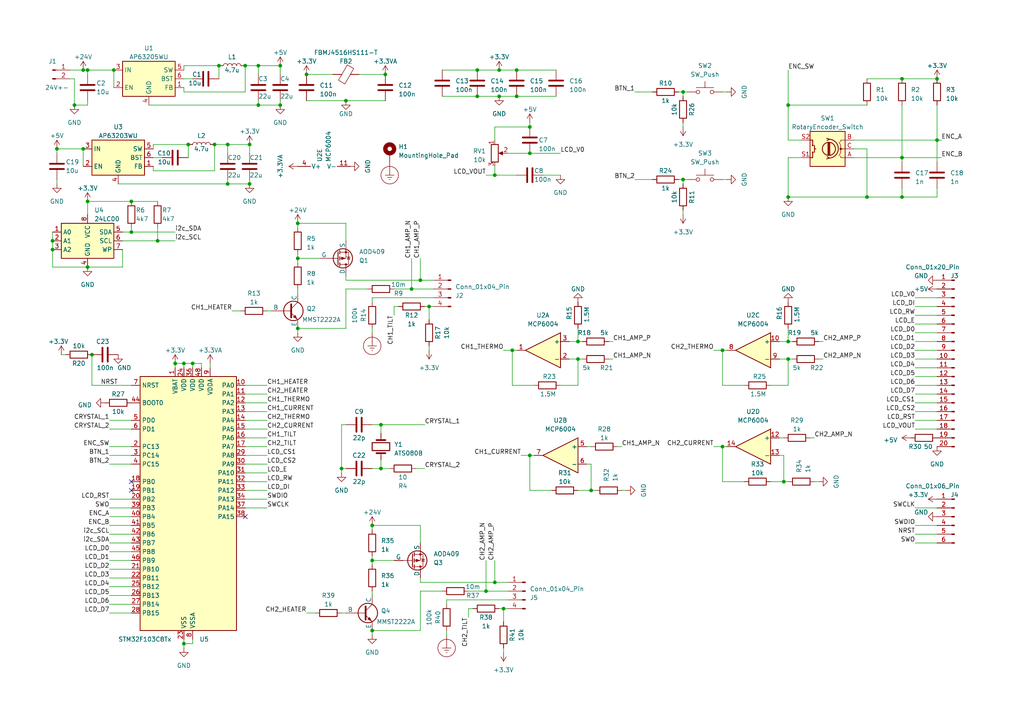
<source format=kicad_sch>
(kicad_sch (version 20230121) (generator eeschema)
  (paper "A4")
  (junction (at 143.51 168.91))
  (junction (at 72.39 41.91))
  (junction (at 149.86 20.32))
  (junction (at 55.88 105.41))
  (junction (at 21.59 30.48))
  (junction (at 271.78 40.64))
  (junction (at 228.6 104.14))
  (junction (at 45.72 69.85))
  (junction (at 81.28 30.48))
  (junction (at 138.43 27.94))
  (junction (at 153.67 44.45))
  (junction (at 86.36 64.77))
  (junction (at 25.4 77.47))
  (junction (at 16.51 43.18))
  (junction (at 198.12 26.67))
  (junction (at 110.49 135.89))
  (junction (at 74.93 30.48))
  (junction (at 86.36 95.25))
  (junction (at 146.05 176.53))
  (junction (at 38.1 58.42))
  (junction (at 25.4 58.42))
  (junction (at 50.8 105.41))
  (junction (at 228.6 57.15))
  (junction (at 110.49 123.19))
  (junction (at 143.51 50.8))
  (junction (at 149.86 27.94))
  (junction (at 251.46 57.15))
  (junction (at 121.92 81.28))
  (junction (at 53.34 186.69))
  (junction (at 227.33 139.7))
  (junction (at 167.64 104.14))
  (junction (at 33.02 20.32))
  (junction (at 53.34 105.41))
  (junction (at 66.04 41.91))
  (junction (at 140.97 171.45))
  (junction (at 124.46 88.9))
  (junction (at 100.33 29.21))
  (junction (at 209.55 129.54))
  (junction (at 261.62 57.15))
  (junction (at 271.78 22.86))
  (junction (at 24.13 20.32))
  (junction (at 209.55 101.6))
  (junction (at 107.95 162.56))
  (junction (at 167.64 99.06))
  (junction (at 153.67 132.08))
  (junction (at 198.12 52.07))
  (junction (at 25.4 20.32))
  (junction (at 66.04 53.34))
  (junction (at 107.95 182.88))
  (junction (at 71.12 19.05))
  (junction (at 99.06 135.89))
  (junction (at 15.24 69.85))
  (junction (at 62.23 41.91))
  (junction (at 138.43 20.32))
  (junction (at 261.62 22.86))
  (junction (at 261.62 45.72))
  (junction (at 38.1 67.31))
  (junction (at 171.45 142.24))
  (junction (at 63.5 19.05))
  (junction (at 119.38 83.82))
  (junction (at 111.76 21.59))
  (junction (at 15.24 72.39))
  (junction (at 88.9 21.59))
  (junction (at 144.78 20.32))
  (junction (at 228.6 99.06))
  (junction (at 54.61 41.91))
  (junction (at 24.13 43.18))
  (junction (at 148.59 101.6))
  (junction (at 228.6 30.48))
  (junction (at 153.67 36.83))
  (junction (at 26.67 102.87))
  (junction (at 72.39 53.34))
  (junction (at 81.28 19.05))
  (junction (at 74.93 19.05))
  (junction (at 107.95 152.4))
  (junction (at 144.78 27.94))
  (junction (at 86.36 74.93))
  (no_connect (at 38.1 142.24))
  (no_connect (at 38.1 139.7))
  (no_connect (at 71.12 149.86))
  (wire (pts (xy 167.64 104.14) (xy 167.64 111.76)))
  (wire (pts (xy 55.88 105.41) (xy 58.42 105.41)))
  (wire (pts (xy 53.34 186.69) (xy 53.34 185.42)))
  (wire (pts (xy 209.55 52.07) (xy 210.82 52.07)))
  (wire (pts (xy 31.75 154.94) (xy 38.1 154.94)))
  (wire (pts (xy 140.97 50.8) (xy 143.51 50.8)))
  (wire (pts (xy 124.46 101.6) (xy 124.46 100.33)))
  (wire (pts (xy 66.04 52.07) (xy 66.04 53.34)))
  (wire (pts (xy 71.12 127) (xy 77.47 127)))
  (wire (pts (xy 31.75 175.26) (xy 38.1 175.26)))
  (wire (pts (xy 251.46 22.86) (xy 261.62 22.86)))
  (wire (pts (xy 228.6 104.14) (xy 229.87 104.14)))
  (wire (pts (xy 88.9 21.59) (xy 96.52 21.59)))
  (wire (pts (xy 99.06 123.19) (xy 99.06 135.89)))
  (wire (pts (xy 153.67 132.08) (xy 154.94 132.08)))
  (wire (pts (xy 71.12 124.46) (xy 77.47 124.46)))
  (wire (pts (xy 16.51 44.45) (xy 16.51 43.18)))
  (wire (pts (xy 110.49 123.19) (xy 123.19 123.19)))
  (wire (pts (xy 228.6 57.15) (xy 251.46 57.15)))
  (wire (pts (xy 121.92 74.93) (xy 121.92 81.28)))
  (wire (pts (xy 261.62 22.86) (xy 271.78 22.86)))
  (wire (pts (xy 247.65 40.64) (xy 271.78 40.64)))
  (wire (pts (xy 265.43 116.84) (xy 271.78 116.84)))
  (wire (pts (xy 15.24 77.47) (xy 25.4 77.47)))
  (wire (pts (xy 265.43 119.38) (xy 271.78 119.38)))
  (wire (pts (xy 167.64 95.25) (xy 167.64 99.06)))
  (wire (pts (xy 265.43 99.06) (xy 271.78 99.06)))
  (wire (pts (xy 226.06 132.08) (xy 227.33 132.08)))
  (wire (pts (xy 265.43 88.9) (xy 271.78 88.9)))
  (wire (pts (xy 26.67 111.76) (xy 38.1 111.76)))
  (wire (pts (xy 62.23 49.53) (xy 62.23 41.91)))
  (wire (pts (xy 247.65 43.18) (xy 251.46 43.18)))
  (wire (pts (xy 121.92 168.91) (xy 143.51 168.91)))
  (wire (pts (xy 31.75 124.46) (xy 38.1 124.46)))
  (wire (pts (xy 265.43 96.52) (xy 271.78 96.52)))
  (wire (pts (xy 25.4 20.32) (xy 33.02 20.32)))
  (wire (pts (xy 119.38 83.82) (xy 125.73 83.82)))
  (wire (pts (xy 265.43 124.46) (xy 271.78 124.46)))
  (wire (pts (xy 54.61 41.91) (xy 54.61 45.72)))
  (wire (pts (xy 107.95 162.56) (xy 114.3 162.56)))
  (wire (pts (xy 104.14 21.59) (xy 111.76 21.59)))
  (wire (pts (xy 45.72 69.85) (xy 50.8 69.85)))
  (wire (pts (xy 143.51 36.83) (xy 143.51 40.64)))
  (wire (pts (xy 121.92 81.28) (xy 125.73 81.28)))
  (wire (pts (xy 86.36 83.82) (xy 86.36 85.09)))
  (wire (pts (xy 71.12 137.16) (xy 77.47 137.16)))
  (wire (pts (xy 53.34 105.41) (xy 53.34 106.68)))
  (wire (pts (xy 271.78 152.4) (xy 265.43 152.4)))
  (wire (pts (xy 77.47 132.08) (xy 71.12 132.08)))
  (wire (pts (xy 107.95 182.88) (xy 121.92 182.88)))
  (wire (pts (xy 261.62 45.72) (xy 273.05 45.72)))
  (wire (pts (xy 35.56 67.31) (xy 38.1 67.31)))
  (wire (pts (xy 171.45 142.24) (xy 172.72 142.24)))
  (wire (pts (xy 153.67 44.45) (xy 162.56 44.45)))
  (wire (pts (xy 271.78 154.94) (xy 265.43 154.94)))
  (wire (pts (xy 147.32 173.99) (xy 129.54 173.99)))
  (wire (pts (xy 138.43 27.94) (xy 144.78 27.94)))
  (wire (pts (xy 20.32 22.86) (xy 21.59 22.86)))
  (wire (pts (xy 110.49 133.35) (xy 110.49 135.89)))
  (wire (pts (xy 25.4 21.59) (xy 25.4 20.32)))
  (wire (pts (xy 107.95 182.88) (xy 107.95 184.15)))
  (wire (pts (xy 176.53 99.06) (xy 177.8 99.06)))
  (wire (pts (xy 44.45 49.53) (xy 62.23 49.53)))
  (wire (pts (xy 144.78 27.94) (xy 149.86 27.94)))
  (wire (pts (xy 207.01 129.54) (xy 209.55 129.54)))
  (wire (pts (xy 31.75 152.4) (xy 38.1 152.4)))
  (wire (pts (xy 154.94 111.76) (xy 148.59 111.76)))
  (wire (pts (xy 71.12 19.05) (xy 74.93 19.05)))
  (wire (pts (xy 107.95 123.19) (xy 110.49 123.19)))
  (wire (pts (xy 50.8 106.68) (xy 50.8 105.41)))
  (wire (pts (xy 146.05 176.53) (xy 147.32 176.53)))
  (wire (pts (xy 20.32 20.32) (xy 24.13 20.32)))
  (wire (pts (xy 25.4 58.42) (xy 38.1 58.42)))
  (wire (pts (xy 265.43 104.14) (xy 271.78 104.14)))
  (wire (pts (xy 110.49 125.73) (xy 110.49 123.19)))
  (wire (pts (xy 209.55 111.76) (xy 209.55 101.6)))
  (wire (pts (xy 125.73 86.36) (xy 107.95 86.36)))
  (wire (pts (xy 226.06 99.06) (xy 228.6 99.06)))
  (wire (pts (xy 228.6 20.32) (xy 228.6 30.48)))
  (wire (pts (xy 31.75 172.72) (xy 38.1 172.72)))
  (wire (pts (xy 226.06 104.14) (xy 228.6 104.14)))
  (wire (pts (xy 124.46 88.9) (xy 124.46 92.71)))
  (wire (pts (xy 53.34 186.69) (xy 55.88 186.69)))
  (wire (pts (xy 265.43 106.68) (xy 271.78 106.68)))
  (wire (pts (xy 86.36 95.25) (xy 100.33 95.25)))
  (wire (pts (xy 207.01 101.6) (xy 209.55 101.6)))
  (wire (pts (xy 71.12 114.3) (xy 77.47 114.3)))
  (wire (pts (xy 144.78 20.32) (xy 149.86 20.32)))
  (wire (pts (xy 55.88 105.41) (xy 55.88 106.68)))
  (wire (pts (xy 251.46 57.15) (xy 261.62 57.15)))
  (wire (pts (xy 135.89 176.53) (xy 135.89 179.07)))
  (wire (pts (xy 120.65 135.89) (xy 123.19 135.89)))
  (wire (pts (xy 236.22 139.7) (xy 237.49 139.7)))
  (wire (pts (xy 24.13 43.18) (xy 24.13 48.26)))
  (wire (pts (xy 74.93 19.05) (xy 74.93 21.59)))
  (wire (pts (xy 167.64 99.06) (xy 168.91 99.06)))
  (wire (pts (xy 148.59 101.6) (xy 149.86 101.6)))
  (wire (pts (xy 209.55 139.7) (xy 209.55 129.54)))
  (wire (pts (xy 138.43 20.32) (xy 144.78 20.32)))
  (wire (pts (xy 129.54 173.99) (xy 129.54 175.26)))
  (wire (pts (xy 209.55 101.6) (xy 210.82 101.6)))
  (wire (pts (xy 198.12 52.07) (xy 196.85 52.07)))
  (wire (pts (xy 223.52 139.7) (xy 227.33 139.7)))
  (wire (pts (xy 107.95 161.29) (xy 107.95 162.56)))
  (wire (pts (xy 135.89 171.45) (xy 140.97 171.45)))
  (wire (pts (xy 228.6 104.14) (xy 228.6 111.76)))
  (wire (pts (xy 74.93 19.05) (xy 81.28 19.05)))
  (wire (pts (xy 53.34 20.32) (xy 53.34 19.05)))
  (wire (pts (xy 67.31 90.17) (xy 69.85 90.17)))
  (wire (pts (xy 86.36 74.93) (xy 92.71 74.93)))
  (wire (pts (xy 81.28 30.48) (xy 74.93 30.48)))
  (wire (pts (xy 34.29 53.34) (xy 66.04 53.34)))
  (wire (pts (xy 86.36 95.25) (xy 86.36 96.52)))
  (wire (pts (xy 16.51 53.34) (xy 16.51 52.07)))
  (wire (pts (xy 144.78 176.53) (xy 146.05 176.53)))
  (wire (pts (xy 140.97 162.56) (xy 140.97 171.45)))
  (wire (pts (xy 71.12 144.78) (xy 77.47 144.78)))
  (wire (pts (xy 44.45 41.91) (xy 54.61 41.91)))
  (wire (pts (xy 72.39 52.07) (xy 72.39 53.34)))
  (wire (pts (xy 227.33 139.7) (xy 227.33 132.08)))
  (wire (pts (xy 71.12 142.24) (xy 77.47 142.24)))
  (wire (pts (xy 58.42 105.41) (xy 58.42 106.68)))
  (wire (pts (xy 99.06 123.19) (xy 100.33 123.19)))
  (wire (pts (xy 86.36 73.66) (xy 86.36 74.93)))
  (wire (pts (xy 265.43 121.92) (xy 271.78 121.92)))
  (wire (pts (xy 179.07 129.54) (xy 180.34 129.54)))
  (wire (pts (xy 15.24 72.39) (xy 15.24 77.47)))
  (wire (pts (xy 162.56 111.76) (xy 167.64 111.76)))
  (wire (pts (xy 71.12 129.54) (xy 77.47 129.54)))
  (wire (pts (xy 170.18 134.62) (xy 171.45 134.62)))
  (wire (pts (xy 215.9 111.76) (xy 209.55 111.76)))
  (wire (pts (xy 209.55 129.54) (xy 210.82 129.54)))
  (wire (pts (xy 21.59 22.86) (xy 21.59 30.48)))
  (wire (pts (xy 227.33 139.7) (xy 228.6 139.7)))
  (wire (pts (xy 209.55 26.67) (xy 210.82 26.67)))
  (wire (pts (xy 74.93 29.21) (xy 74.93 30.48)))
  (wire (pts (xy 271.78 57.15) (xy 271.78 54.61)))
  (wire (pts (xy 55.88 22.86) (xy 53.34 22.86)))
  (wire (pts (xy 25.4 30.48) (xy 25.4 29.21)))
  (wire (pts (xy 31.75 132.08) (xy 38.1 132.08)))
  (wire (pts (xy 121.92 157.48) (xy 121.92 152.4)))
  (wire (pts (xy 180.34 142.24) (xy 181.61 142.24)))
  (wire (pts (xy 167.64 142.24) (xy 171.45 142.24)))
  (wire (pts (xy 227.33 127) (xy 226.06 127)))
  (wire (pts (xy 107.95 96.52) (xy 107.95 95.25)))
  (wire (pts (xy 63.5 19.05) (xy 63.5 22.86)))
  (wire (pts (xy 176.53 104.14) (xy 177.8 104.14)))
  (wire (pts (xy 198.12 36.83) (xy 198.12 35.56)))
  (wire (pts (xy 261.62 30.48) (xy 261.62 45.72)))
  (wire (pts (xy 38.1 58.42) (xy 45.72 58.42)))
  (wire (pts (xy 215.9 139.7) (xy 209.55 139.7)))
  (wire (pts (xy 35.56 72.39) (xy 35.56 77.47)))
  (wire (pts (xy 148.59 111.76) (xy 148.59 101.6)))
  (wire (pts (xy 66.04 53.34) (xy 72.39 53.34)))
  (wire (pts (xy 247.65 45.72) (xy 261.62 45.72)))
  (wire (pts (xy 31.75 144.78) (xy 38.1 144.78)))
  (wire (pts (xy 33.02 20.32) (xy 33.02 25.4)))
  (wire (pts (xy 232.41 45.72) (xy 228.6 45.72)))
  (wire (pts (xy 71.12 147.32) (xy 77.47 147.32)))
  (wire (pts (xy 271.78 40.64) (xy 271.78 46.99)))
  (wire (pts (xy 77.47 90.17) (xy 78.74 90.17)))
  (wire (pts (xy 53.34 19.05) (xy 63.5 19.05)))
  (wire (pts (xy 107.95 163.83) (xy 107.95 162.56)))
  (wire (pts (xy 228.6 40.64) (xy 232.41 40.64)))
  (wire (pts (xy 31.75 129.54) (xy 38.1 129.54)))
  (wire (pts (xy 124.46 88.9) (xy 125.73 88.9)))
  (wire (pts (xy 44.45 43.18) (xy 44.45 41.91)))
  (wire (pts (xy 261.62 57.15) (xy 271.78 57.15)))
  (wire (pts (xy 25.4 58.42) (xy 25.4 62.23)))
  (wire (pts (xy 198.12 62.23) (xy 198.12 60.96)))
  (wire (pts (xy 71.12 116.84) (xy 77.47 116.84)))
  (wire (pts (xy 62.23 41.91) (xy 66.04 41.91)))
  (wire (pts (xy 265.43 101.6) (xy 271.78 101.6)))
  (wire (pts (xy 53.34 105.41) (xy 55.88 105.41)))
  (wire (pts (xy 99.06 177.8) (xy 100.33 177.8)))
  (wire (pts (xy 107.95 153.67) (xy 107.95 152.4)))
  (wire (pts (xy 86.36 76.2) (xy 86.36 74.93)))
  (wire (pts (xy 271.78 40.64) (xy 273.05 40.64)))
  (wire (pts (xy 71.12 26.67) (xy 71.12 19.05)))
  (wire (pts (xy 119.38 74.93) (xy 119.38 83.82)))
  (wire (pts (xy 26.67 102.87) (xy 26.67 111.76)))
  (wire (pts (xy 147.32 44.45) (xy 153.67 44.45)))
  (wire (pts (xy 198.12 52.07) (xy 199.39 52.07)))
  (wire (pts (xy 265.43 93.98) (xy 271.78 93.98)))
  (wire (pts (xy 88.9 177.8) (xy 91.44 177.8)))
  (wire (pts (xy 129.54 184.15) (xy 129.54 182.88)))
  (wire (pts (xy 107.95 86.36) (xy 107.95 87.63)))
  (wire (pts (xy 66.04 41.91) (xy 72.39 41.91)))
  (wire (pts (xy 31.75 165.1) (xy 38.1 165.1)))
  (wire (pts (xy 31.75 149.86) (xy 38.1 149.86)))
  (wire (pts (xy 160.02 142.24) (xy 153.67 142.24)))
  (wire (pts (xy 153.67 35.56) (xy 153.67 36.83)))
  (wire (pts (xy 146.05 189.23) (xy 146.05 187.96)))
  (wire (pts (xy 149.86 20.32) (xy 161.29 20.32)))
  (wire (pts (xy 251.46 43.18) (xy 251.46 57.15)))
  (wire (pts (xy 31.75 177.8) (xy 38.1 177.8)))
  (wire (pts (xy 171.45 129.54) (xy 170.18 129.54)))
  (wire (pts (xy 265.43 109.22) (xy 271.78 109.22)))
  (wire (pts (xy 71.12 119.38) (xy 77.47 119.38)))
  (wire (pts (xy 31.75 147.32) (xy 38.1 147.32)))
  (wire (pts (xy 46.99 45.72) (xy 44.45 45.72)))
  (wire (pts (xy 167.64 104.14) (xy 168.91 104.14)))
  (wire (pts (xy 143.51 168.91) (xy 147.32 168.91)))
  (wire (pts (xy 271.78 30.48) (xy 271.78 40.64)))
  (wire (pts (xy 31.75 134.62) (xy 38.1 134.62)))
  (wire (pts (xy 71.12 121.92) (xy 77.47 121.92)))
  (wire (pts (xy 146.05 101.6) (xy 148.59 101.6)))
  (wire (pts (xy 31.75 167.64) (xy 38.1 167.64)))
  (wire (pts (xy 165.1 99.06) (xy 167.64 99.06)))
  (wire (pts (xy 234.95 127) (xy 236.22 127)))
  (wire (pts (xy 100.33 81.28) (xy 100.33 80.01)))
  (wire (pts (xy 265.43 114.3) (xy 271.78 114.3)))
  (wire (pts (xy 184.15 26.67) (xy 189.23 26.67)))
  (wire (pts (xy 100.33 69.85) (xy 100.33 64.77)))
  (wire (pts (xy 153.67 142.24) (xy 153.67 132.08)))
  (wire (pts (xy 151.13 132.08) (xy 153.67 132.08)))
  (wire (pts (xy 81.28 29.21) (xy 81.28 30.48)))
  (wire (pts (xy 81.28 19.05) (xy 81.28 21.59)))
  (wire (pts (xy 55.88 186.69) (xy 55.88 185.42)))
  (wire (pts (xy 53.34 26.67) (xy 71.12 26.67)))
  (wire (pts (xy 171.45 142.24) (xy 171.45 134.62)))
  (wire (pts (xy 237.49 104.14) (xy 238.76 104.14)))
  (wire (pts (xy 140.97 171.45) (xy 147.32 171.45)))
  (wire (pts (xy 123.19 88.9) (xy 124.46 88.9)))
  (wire (pts (xy 100.33 29.21) (xy 111.76 29.21)))
  (wire (pts (xy 265.43 157.48) (xy 271.78 157.48)))
  (wire (pts (xy 100.33 83.82) (xy 106.68 83.82)))
  (wire (pts (xy 31.75 170.18) (xy 38.1 170.18)))
  (wire (pts (xy 107.95 171.45) (xy 107.95 172.72)))
  (wire (pts (xy 228.6 95.25) (xy 228.6 99.06)))
  (wire (pts (xy 228.6 45.72) (xy 228.6 57.15)))
  (wire (pts (xy 53.34 187.96) (xy 53.34 186.69)))
  (wire (pts (xy 99.06 135.89) (xy 100.33 135.89)))
  (wire (pts (xy 45.72 66.04) (xy 45.72 69.85)))
  (wire (pts (xy 149.86 27.94) (xy 161.29 27.94)))
  (wire (pts (xy 15.24 67.31) (xy 15.24 69.85)))
  (wire (pts (xy 100.33 83.82) (xy 100.33 95.25)))
  (wire (pts (xy 88.9 29.21) (xy 100.33 29.21)))
  (wire (pts (xy 21.59 30.48) (xy 25.4 30.48)))
  (wire (pts (xy 223.52 111.76) (xy 228.6 111.76)))
  (wire (pts (xy 72.39 41.91) (xy 72.39 44.45)))
  (wire (pts (xy 66.04 41.91) (xy 66.04 44.45)))
  (wire (pts (xy 149.86 50.8) (xy 143.51 50.8)))
  (wire (pts (xy 143.51 50.8) (xy 143.51 48.26)))
  (wire (pts (xy 153.67 36.83) (xy 143.51 36.83)))
  (wire (pts (xy 261.62 54.61) (xy 261.62 57.15)))
  (wire (pts (xy 71.12 111.76) (xy 77.47 111.76)))
  (wire (pts (xy 265.43 111.76) (xy 271.78 111.76)))
  (wire (pts (xy 265.43 91.44) (xy 271.78 91.44)))
  (wire (pts (xy 184.15 52.07) (xy 189.23 52.07)))
  (wire (pts (xy 265.43 86.36) (xy 271.78 86.36)))
  (wire (pts (xy 107.95 135.89) (xy 110.49 135.89)))
  (wire (pts (xy 86.36 64.77) (xy 100.33 64.77)))
  (wire (pts (xy 35.56 77.47) (xy 25.4 77.47)))
  (wire (pts (xy 143.51 162.56) (xy 143.51 168.91)))
  (wire (pts (xy 16.51 43.18) (xy 24.13 43.18)))
  (wire (pts (xy 107.95 152.4) (xy 121.92 152.4)))
  (wire (pts (xy 31.75 157.48) (xy 38.1 157.48)))
  (wire (pts (xy 44.45 49.53) (xy 44.45 48.26)))
  (wire (pts (xy 146.05 176.53) (xy 146.05 180.34)))
  (wire (pts (xy 100.33 81.28) (xy 121.92 81.28)))
  (wire (pts (xy 43.18 30.48) (xy 74.93 30.48)))
  (wire (pts (xy 198.12 53.34) (xy 198.12 52.07)))
  (wire (pts (xy 128.27 20.32) (xy 138.43 20.32)))
  (wire (pts (xy 228.6 99.06) (xy 229.87 99.06)))
  (wire (pts (xy 121.92 171.45) (xy 128.27 171.45)))
  (wire (pts (xy 77.47 134.62) (xy 71.12 134.62)))
  (wire (pts (xy 128.27 27.94) (xy 138.43 27.94)))
  (wire (pts (xy 121.92 168.91) (xy 121.92 167.64)))
  (wire (pts (xy 31.75 121.92) (xy 38.1 121.92)))
  (wire (pts (xy 165.1 104.14) (xy 167.64 104.14)))
  (wire (pts (xy 35.56 69.85) (xy 45.72 69.85)))
  (wire (pts (xy 198.12 27.94) (xy 198.12 26.67)))
  (wire (pts (xy 271.78 147.32) (xy 265.43 147.32)))
  (wire (pts (xy 135.89 176.53) (xy 137.16 176.53)))
  (wire (pts (xy 121.92 171.45) (xy 121.92 182.88)))
  (wire (pts (xy 110.49 135.89) (xy 113.03 135.89)))
  (wire (pts (xy 24.13 20.32) (xy 25.4 20.32)))
  (wire (pts (xy 162.56 50.8) (xy 157.48 50.8)))
  (wire (pts (xy 38.1 160.02) (xy 31.75 160.02)))
  (wire (pts (xy 228.6 30.48) (xy 228.6 40.64)))
  (wire (pts (xy 228.6 30.48) (xy 251.46 30.48)))
  (wire (pts (xy 38.1 66.04) (xy 38.1 67.31)))
  (wire (pts (xy 15.24 69.85) (xy 15.24 72.39)))
  (wire (pts (xy 114.3 83.82) (xy 119.38 83.82)))
  (wire (pts (xy 38.1 67.31) (xy 50.8 67.31)))
  (wire (pts (xy 114.3 88.9) (xy 114.3 91.44)))
  (wire (pts (xy 53.34 26.67) (xy 53.34 25.4)))
  (wire (pts (xy 50.8 105.41) (xy 53.34 105.41)))
  (wire (pts (xy 261.62 46.99) (xy 261.62 45.72)))
  (wire (pts (xy 237.49 99.06) (xy 238.76 99.06)))
  (wire (pts (xy 38.1 162.56) (xy 31.75 162.56)))
  (wire (pts (xy 198.12 26.67) (xy 199.39 26.67)))
  (wire (pts (xy 71.12 139.7) (xy 77.47 139.7)))
  (wire (pts (xy 17.78 102.87) (xy 19.05 102.87)))
  (wire (pts (xy 86.36 66.04) (xy 86.36 64.77)))
  (wire (pts (xy 114.3 88.9) (xy 115.57 88.9)))
  (wire (pts (xy 198.12 26.67) (xy 196.85 26.67)))
  (wire (pts (xy 99.06 137.16) (xy 99.06 135.89)))
  (wire (pts (xy 60.96 105.41) (xy 60.96 106.68)))
  (label "LCD_VOUT" (at 140.97 50.8 180))
  (label "LCD_D1" (at 31.75 162.56 180))
  (label "CRYSTAL_1" (at 31.75 121.92 180))
  (label "LCD_CS1" (at 77.47 132.08 0))
  (label "BTN_1" (at 184.15 26.67 180))
  (label "ENC_A" (at 273.05 40.64 0))
  (label "LCD_DI" (at 77.47 142.24 0))
  (label "LCD_RST" (at 31.75 144.78 180))
  (label "LCD_CS2" (at 265.43 119.38 180))
  (label "LCD_D7" (at 265.43 114.3 180))
  (label "LCD_D3" (at 265.43 104.14 180))
  (label "LCD_D6" (at 31.75 175.26 180))
  (label "LCD_D4" (at 31.75 170.18 180))
  (label "CH2_HEATER" (at 77.47 114.3 0))
  (label "CH2_TILT" (at 77.47 129.54 0))
  (label "LCD_D0" (at 265.43 96.52 180))
  (label "CH2_AMP_N" (at 140.97 162.56 90))
  (label "CH2_AMP_P" (at 143.51 162.56 90))
  (label "CH2_HEATER" (at 88.9 177.8 180))
  (label "CH1_TILT" (at 114.3 91.44 270))
  (label "CH1_AMP_P" (at 177.8 99.06 0))
  (label "BTN_2" (at 184.15 52.07 180))
  (label "LCD_D5" (at 31.75 172.72 180))
  (label "ENC_A" (at 31.75 149.86 180))
  (label "i2c_SDA" (at 50.8 67.31 0))
  (label "LCD_CS1" (at 265.43 116.84 180))
  (label "BTN_1" (at 31.75 132.08 180))
  (label "LCD_CS2" (at 77.47 134.62 0))
  (label "CRYSTAL_2" (at 123.19 135.89 0))
  (label "BTN_2" (at 31.75 134.62 180))
  (label "CH2_TILT" (at 135.89 179.07 270))
  (label "CH1_HEATER" (at 77.47 111.76 0))
  (label "CH1_AMP_N" (at 180.34 129.54 0))
  (label "ENC_SW" (at 31.75 129.54 180))
  (label "LCD_D2" (at 265.43 101.6 180))
  (label "i2c_SDA" (at 31.75 157.48 180))
  (label "LCD_D6" (at 265.43 111.76 180))
  (label "LCD_D2" (at 31.75 165.1 180))
  (label "CH2_CURRENT" (at 207.01 129.54 180))
  (label "SWDIO" (at 265.43 152.4 180))
  (label "i2c_SCL" (at 50.8 69.85 0))
  (label "LCD_RW" (at 77.47 139.7 0))
  (label "LCD_D3" (at 31.75 167.64 180))
  (label "CH1_CURRENT" (at 151.13 132.08 180))
  (label "LCD_V0" (at 162.56 44.45 0))
  (label "CH1_AMP_N" (at 119.38 74.93 90))
  (label "CRYSTAL_1" (at 123.19 123.19 0))
  (label "ENC_B" (at 273.05 45.72 0))
  (label "CH1_AMP_P" (at 121.92 74.93 90))
  (label "SWCLK" (at 265.43 147.32 180))
  (label "SWO" (at 31.75 147.32 180))
  (label "CH1_HEATER" (at 67.31 90.17 180))
  (label "CH1_CURRENT" (at 77.47 119.38 0))
  (label "CRYSTAL_2" (at 31.75 124.46 180))
  (label "LCD_E" (at 77.47 137.16 0))
  (label "CH1_THERMO" (at 146.05 101.6 180))
  (label "LCD_RW" (at 265.43 91.44 180))
  (label "LCD_DI" (at 265.43 88.9 180))
  (label "CH1_AMP_N" (at 177.8 104.14 0))
  (label "CH2_THERMO" (at 77.47 121.92 0))
  (label "ENC_B" (at 31.75 152.4 180))
  (label "SWO" (at 265.43 157.48 180))
  (label "NRST" (at 29.21 111.76 0))
  (label "LCD_D5" (at 265.43 109.22 180))
  (label "LCD_D4" (at 265.43 106.68 180))
  (label "LCD_V0" (at 265.43 86.36 180))
  (label "LCD_VOUT" (at 265.43 124.46 180))
  (label "CH2_THERMO" (at 207.01 101.6 180))
  (label "LCD_D7" (at 31.75 177.8 180))
  (label "LCD_D0" (at 31.75 160.02 180))
  (label "CH2_CURRENT" (at 77.47 124.46 0))
  (label "SWCLK" (at 77.47 147.32 0))
  (label "LCD_D1" (at 265.43 99.06 180))
  (label "LCD_E" (at 265.43 93.98 180))
  (label "CH1_TILT" (at 77.47 127 0))
  (label "i2c_SCL" (at 31.75 154.94 180))
  (label "NRST" (at 265.43 154.94 180))
  (label "CH2_AMP_N" (at 238.76 104.14 0))
  (label "SWDIO" (at 77.47 144.78 0))
  (label "ENC_SW" (at 228.6 20.32 0))
  (label "CH2_AMP_N" (at 236.22 127 0))
  (label "CH1_THERMO" (at 77.47 116.84 0))
  (label "CH2_AMP_P" (at 238.76 99.06 0))
  (label "LCD_RST" (at 265.43 121.92 180))
  (symbol (lib_id "Device:R") (at 198.12 31.75 0) (unit 1)
    (property "Reference" "R26" (at 200.66 31.75 90))
    (property "Value" "10k" (at 195.58 31.75 90))
    (property "Footprint" "Resistor_SMD:R_0805_2012Metric_Pad1.20x1.40mm_HandSolder" (effects hide))
  )
  (symbol (lib_id "Device:R") (at 261.62 26.67 0) (unit 1)
    (property "Reference" "R2" (at 264.16 26.035 0) (effects (justify left)))
    (property "Value" "10k" (at 264.16 28.575 0) (effects (justify left)))
    (property "Footprint" "Resistor_SMD:R_0805_2012Metric_Pad1.20x1.40mm_HandSolder" (effects hide))
  )
  (symbol (lib_id "Device:R") (at 140.97 176.53 90) (unit 1)
    (property "Reference" "R38" (at 140.97 179.07 90))
    (property "Value" "1k" (at 140.97 181.61 90))
    (property "Footprint" "Resistor_SMD:R_0805_2012Metric_Pad1.20x1.40mm_HandSolder" (effects hide))
  )
  (symbol (lib_id "Device:C") (at 161.29 24.13 0) (unit 1)
    (property "Reference" "C16" (at 165.1 23.495 0) (effects (justify left)))
    (property "Value" "100n" (at 165.1 26.035 0) (effects (justify left)))
    (property "Footprint" "Capacitor_SMD:C_0805_2012Metric_Pad1.18x1.45mm_HandSolder" (effects hide))
  )
  (symbol (lib_id "Device:R") (at 198.12 57.15 0) (unit 1)
    (property "Reference" "R11" (at 200.66 57.15 90))
    (property "Value" "10k" (at 195.58 57.15 90))
    (property "Footprint" "Resistor_SMD:R_0805_2012Metric_Pad1.20x1.40mm_HandSolder" (effects hide))
  )
  (symbol (lib_id "Device:R") (at 34.29 116.84 90) (unit 1)
    (property "Reference" "R27" (at 34.29 114.3 90))
    (property "Value" "10k" (at 34.29 119.38 90))
    (property "Footprint" "Resistor_SMD:R_0805_2012Metric_Pad1.20x1.40mm_HandSolder" (effects hide))
  )
  (symbol (lib_id "Device:R") (at 107.95 91.44 180) (unit 1)
    (property "Reference" "R14" (at 105.41 91.44 90))
    (property "Value" "100k" (at 102.87 91.44 90))
    (property "Footprint" "Resistor_THT:R_Axial_DIN0207_L6.3mm_D2.5mm_P10.16mm_Horizontal" (effects hide))
  )
  (symbol (lib_id "Device:R") (at 193.04 52.07 90) (unit 1)
    (property "Reference" "R24" (at 193.04 49.53 90))
    (property "Value" "1k" (at 193.04 54.61 90))
    (property "Footprint" "Resistor_SMD:R_0805_2012Metric_Pad1.20x1.40mm_HandSolder" (effects hide))
  )
  (symbol (lib_id "Device:R") (at 175.26 129.54 90) (unit 1)
    (property "Reference" "R28" (at 175.26 124.46 90))
    (property "Value" "1k" (at 175.26 127 90))
    (property "Footprint" "Resistor_SMD:R_0805_2012Metric_Pad1.20x1.40mm_HandSolder" (effects hide))
  )
  (symbol (lib_id "Device:R") (at 233.68 99.06 90) (mirror x) (unit 1)
    (property "Reference" "R19" (at 232.41 96.52 90) (effects (justify left)))
    (property "Value" "5k" (at 237.49 96.52 90) (effects (justify left)))
    (property "Footprint" "Resistor_SMD:R_0805_2012Metric_Pad1.20x1.40mm_HandSolder" (effects hide))
  )
  (symbol (lib_id "Switch:SW_Push") (at 204.47 52.07 0) (unit 1)
    (property "Reference" "SW3" (at 204.47 44.45 0))
    (property "Value" "SW_Push" (at 204.47 46.99 0))
    (property "Footprint" "Button_Switch_SMD:SW_Push_1P1T_NO_CK_PTS125Sx43PSMTR" (effects hide))
  )
  (symbol (lib_id "Device:C") (at 50.8 45.72 90) (unit 1)
    (property "Reference" "C10" (at 49.53 44.45 90) (effects (justify left)))
    (property "Value" "10u" (at 49.53 46.99 90) (effects (justify left)))
    (property "Footprint" "Capacitor_SMD:C_1206_3216Metric_Pad1.33x1.80mm_HandSolder" (effects hide))
  )
  (symbol (lib_id "power:GND") (at 271.78 149.86 270) (mirror x) (unit 1)
    (property "Reference" "#PWR045" (effects hide))
    (property "Value" "GND" (at 269.24 148.59 90) (effects (justify right)))
  )
  (symbol (lib_id "power:GND") (at 30.48 116.84 270) (unit 1)
    (property "Reference" "#PWR039" (effects hide))
    (property "Value" "GND" (at 26.67 117.475 90) (effects (justify right)))
  )
  (symbol (lib_id "Device:C") (at 104.14 123.19 90) (unit 1)
    (property "Reference" "C9" (at 104.14 119.38 90))
    (property "Value" "22p" (at 104.14 127 90))
    (property "Footprint" "Capacitor_SMD:C_0805_2012Metric_Pad1.18x1.45mm_HandSolder" (effects hide))
  )
  (symbol (lib_id "power:GND") (at 181.61 142.24 90) (unit 1)
    (property "Reference" "#PWR042" (effects hide))
    (property "Value" "GND" (at 186.69 142.24 0))
  )
  (symbol (lib_id "power:GND") (at 162.56 50.8 0) (unit 1)
    (property "Reference" "#PWR012" (effects hide))
    (property "Value" "GND" (at 162.56 55.88 0))
  )
  (symbol (lib_id "Device:R") (at 231.14 127 90) (unit 1)
    (property "Reference" "R29" (at 231.14 121.92 90))
    (property "Value" "1k" (at 231.14 124.46 90))
    (property "Footprint" "Resistor_SMD:R_0805_2012Metric_Pad1.20x1.40mm_HandSolder" (effects hide))
  )
  (symbol (lib_id "Regulator_Switching:AP63200WU") (at 43.18 22.86 0) (unit 1)
    (property "Reference" "U1" (at 43.18 13.97 0))
    (property "Value" "AP63205WU" (at 43.18 16.51 0))
    (property "Footprint" "Package_TO_SOT_SMD:TSOT-23-6" (effects hide))
    (property "Datasheet" "https://www.diodes.com/assets/Datasheets/AP63200-AP63201-AP63203-AP63205.pdf" (effects hide))
  )
  (symbol (lib_id "power:GND") (at 228.6 87.63 180) (unit 1)
    (property "Reference" "#PWR028" (effects hide))
    (property "Value" "GND" (at 228.6 83.82 0))
  )
  (symbol (lib_id "Device:R") (at 267.97 127 90) (unit 1)
    (property "Reference" "R30" (at 265.43 129.54 90))
    (property "Value" "50" (at 269.24 129.54 90))
    (property "Footprint" "Resistor_THT:R_Axial_DIN0207_L6.3mm_D2.5mm_P10.16mm_Horizontal" (effects hide))
  )
  (symbol (lib_id "power:GND") (at 99.06 137.16 0) (unit 1)
    (property "Reference" "#PWR024" (effects hide))
    (property "Value" "GND" (at 99.06 142.24 0))
  )
  (symbol (lib_id "power:Earth_Protective") (at 107.95 96.52 0) (unit 1)
    (property "Reference" "#PWR033" (effects hide))
    (property "Value" "Earth_Protective" (effects hide))
  )
  (symbol (lib_id "Device:R") (at 73.66 90.17 270) (unit 1)
    (property "Reference" "R13" (at 73.66 85.09 90))
    (property "Value" "1k" (at 73.66 87.63 90))
    (property "Footprint" "Resistor_SMD:R_0805_2012Metric_Pad1.20x1.40mm_HandSolder" (effects hide))
  )
  (symbol (lib_id "Device:R") (at 219.71 139.7 270) (unit 1)
    (property "Reference" "R33" (at 219.71 134.62 90))
    (property "Value" "10k" (at 219.71 137.16 90))
    (property "Footprint" "Resistor_SMD:R_0805_2012Metric_Pad1.20x1.40mm_HandSolder" (effects hide))
  )
  (symbol (lib_id "power:+3.3V") (at 50.8 105.41 0) (unit 1)
    (property "Reference" "#PWR037" (effects hide))
    (property "Value" "+3.3V" (at 50.8 101.6 0))
  )
  (symbol (lib_id "power:+3.3V") (at 72.39 41.91 0) (unit 1)
    (property "Reference" "#PWR013" (effects hide))
    (property "Value" "+3.3V" (at 72.39 38.1 0))
  )
  (symbol (lib_id "Connector:Conn_01x20_Pin") (at 276.86 104.14 0) (mirror y) (unit 1)
    (property "Reference" "J3" (at 276.86 80.01 0))
    (property "Value" "Conn_01x20_Pin" (at 270.51 77.47 0))
    (property "Footprint" "Connector_PinHeader_2.54mm:PinHeader_1x20_P2.54mm_Vertical" (effects hide))
  )
  (symbol (lib_id "Device:R") (at 45.72 62.23 0) (unit 1)
    (property "Reference" "R7" (at 46.99 60.96 0) (effects (justify left)))
    (property "Value" "4k7" (at 46.99 63.5 0) (effects (justify left)))
    (property "Footprint" "Resistor_SMD:R_0805_2012Metric_Pad1.20x1.40mm_HandSolder" (effects hide))
  )
  (symbol (lib_id "power:GND") (at 86.36 96.52 0) (unit 1)
    (property "Reference" "#PWR032" (effects hide))
    (property "Value" "GND" (at 86.36 101.6 0))
  )
  (symbol (lib_id "Device:C") (at 74.93 25.4 0) (unit 1)
    (property "Reference" "C3" (at 74.93 22.86 0) (effects (justify left)))
    (property "Value" "22u" (at 74.93 27.94 0) (effects (justify left)))
    (property "Footprint" "Capacitor_SMD:C_1206_3216Metric_Pad1.33x1.80mm_HandSolder" (effects hide))
  )
  (symbol (lib_id "MCU_ST_STM32F1:STM32F103C8Tx") (at 53.34 147.32 0) (unit 1)
    (property "Reference" "U5" (at 57.8359 185.42 0) (effects (justify left)))
    (property "Value" "STM32F103C8Tx" (at 34.29 185.42 0) (effects (justify left)))
    (property "Footprint" "Package_QFP:LQFP-48_7x7mm_P0.5mm" (effects hide))
    (property "Datasheet" "https://www.st.com/resource/en/datasheet/stm32f103c8.pdf" (effects hide))
  )
  (symbol (lib_id "Device:R") (at 38.1 62.23 0) (unit 1)
    (property "Reference" "R6" (at 39.37 60.96 0) (effects (justify left)))
    (property "Value" "4k7" (at 39.37 63.5 0) (effects (justify left)))
    (property "Footprint" "Resistor_SMD:R_0805_2012Metric_Pad1.20x1.40mm_HandSolder" (effects hide))
  )
  (symbol (lib_id "Device:R") (at 129.54 179.07 180) (unit 1)
    (property "Reference" "R40" (at 127 179.07 90))
    (property "Value" "100k" (at 124.46 179.07 90))
    (property "Footprint" "Resistor_THT:R_Axial_DIN0207_L6.3mm_D2.5mm_P10.16mm_Horizontal" (effects hide))
  )
  (symbol (lib_id "power:+3.3VA") (at 86.36 48.26 90) (unit 1)
    (property "Reference" "#PWR09" (effects hide))
    (property "Value" "+3.3VA" (at 81.28 48.26 0))
  )
  (symbol (lib_id "Regulator_Switching:AP63203WU") (at 34.29 45.72 0) (unit 1)
    (property "Reference" "U3" (at 34.29 36.83 0))
    (property "Value" "AP63203WU" (at 34.29 39.37 0))
    (property "Footprint" "Package_TO_SOT_SMD:TSOT-23-6" (effects hide))
    (property "Datasheet" "https://www.diodes.com/assets/Datasheets/AP63200-AP63201-AP63203-AP63205.pdf" (effects hide))
  )
  (symbol (lib_id "Device:R") (at 95.25 177.8 270) (unit 1)
    (property "Reference" "R39" (at 95.25 172.72 90))
    (property "Value" "1k" (at 95.25 175.26 90))
    (property "Footprint" "Resistor_SMD:R_0805_2012Metric_Pad1.20x1.40mm_HandSolder" (effects hide))
  )
  (symbol (lib_id "Simulation_SPICE:PMOS") (at 97.79 74.93 0) (mirror x) (unit 1)
    (property "Reference" "Q1" (at 104.14 75.565 0) (effects (justify left)))
    (property "Value" "AOD409" (at 104.14 73.025 0) (effects (justify left)))
    (property "Footprint" "Library:TO-252-2-custom" (effects hide))
    (property "Datasheet" "https://ngspice.sourceforge.io/docs/ngspice-manual.pdf" (effects hide))
    (property "Sim.Device" "PMOS" (effects hide))
    (property "Sim.Type" "VDMOS" (effects hide))
    (property "Sim.Pins" "1=D 2=G 3=S" (effects hide))
  )
  (symbol (lib_id "Amplifier_Operational:MCP6004") (at 218.44 129.54 0) (mirror y) (unit 4)
    (property "Reference" "U2" (at 218.44 119.38 0))
    (property "Value" "MCP6004" (at 218.44 121.92 0))
    (property "Footprint" "Package_SO:SOIC-14_3.9x8.7mm_P1.27mm" (effects hide))
    (property "Datasheet" "http://ww1.microchip.com/downloads/en/DeviceDoc/21733j.pdf" (effects hide))
  )
  (symbol (lib_id "Device:C") (at 81.28 25.4 0) (unit 1)
    (property "Reference" "C4" (at 81.28 22.86 0) (effects (justify left)))
    (property "Value" "22u" (at 81.28 27.94 0) (effects (justify left)))
    (property "Footprint" "Capacitor_SMD:C_1206_3216Metric_Pad1.33x1.80mm_HandSolder" (effects hide))
  )
  (symbol (lib_id "power:GND") (at 53.34 187.96 0) (unit 1)
    (property "Reference" "#PWR049" (effects hide))
    (property "Value" "GND" (at 53.34 193.04 0))
  )
  (symbol (lib_id "power:GND") (at 167.64 87.63 180) (unit 1)
    (property "Reference" "#PWR027" (effects hide))
    (property "Value" "GND" (at 167.64 83.82 0))
  )
  (symbol (lib_id "power:GND") (at 81.28 30.48 0) (unit 1)
    (property "Reference" "#PWR011" (effects hide))
    (property "Value" "GND" (at 81.28 35.56 0))
  )
  (symbol (lib_id "Amplifier_Operational:MCP6004") (at 93.98 50.8 90) (mirror x) (unit 5)
    (property "Reference" "U2" (at 92.71 46.99 0) (effects (justify right)))
    (property "Value" "MCP6004" (at 95.25 46.99 0) (effects (justify right)))
    (property "Footprint" "Package_SO:SOIC-14_3.9x8.7mm_P1.27mm" (effects hide))
    (property "Datasheet" "http://ww1.microchip.com/downloads/en/DeviceDoc/21733j.pdf" (effects hide))
  )
  (symbol (lib_id "Simulation_SPICE:NPN") (at 105.41 177.8 0) (unit 1)
    (property "Reference" "Q4" (at 110.49 177.165 0) (effects (justify left)))
    (property "Value" "MMST2222A" (at 109.22 180.34 0) (effects (justify left)))
    (property "Footprint" "Package_TO_SOT_SMD:SOT-323_SC-70_Handsoldering" (effects hide))
    (property "Sim.Device" "NPN" (effects hide))
    (property "Sim.Type" "GUMMELPOON" (effects hide))
    (property "Sim.Pins" "1=C 2=B 3=E" (effects hide))
  )
  (symbol (lib_id "Device:R") (at 232.41 139.7 90) (unit 1)
    (property "Reference" "R34" (at 231.775 137.16 0) (effects (justify left)))
    (property "Value" "1k" (at 234.315 137.16 0) (effects (justify left)))
    (property "Footprint" "Resistor_SMD:R_0805_2012Metric_Pad1.20x1.40mm_HandSolder" (effects hide))
  )
  (symbol (lib_id "power:GND") (at 100.33 29.21 0) (unit 1)
    (property "Reference" "#PWR019" (effects hide))
    (property "Value" "GND" (at 100.33 33.02 0))
  )
  (symbol (lib_id "power:+3.3V") (at 25.4 58.42 0) (unit 1)
    (property "Reference" "#PWR026" (effects hide))
    (property "Value" "+3.3V" (at 25.4 54.61 0))
  )
  (symbol (lib_id "Device:R") (at 86.36 80.01 0) (unit 1)
    (property "Reference" "R8" (at 88.9 79.375 0) (effects (justify left)))
    (property "Value" "1k" (at 88.9 81.915 0) (effects (justify left)))
    (property "Footprint" "Resistor_SMD:R_0805_2012Metric_Pad1.20x1.40mm_HandSolder" (effects hide))
  )
  (symbol (lib_id "Device:R") (at 193.04 26.67 90) (unit 1)
    (property "Reference" "R10" (at 193.04 24.13 90))
    (property "Value" "1k" (at 193.04 29.21 90))
    (property "Footprint" "Resistor_SMD:R_0805_2012Metric_Pad1.20x1.40mm_HandSolder" (effects hide))
  )
  (symbol (lib_id "power:GND") (at 72.39 53.34 0) (unit 1)
    (property "Reference" "#PWR022" (effects hide))
    (property "Value" "GND" (at 72.39 58.42 0))
  )
  (symbol (lib_id "Device:R") (at 107.95 167.64 0) (unit 1)
    (property "Reference" "R36" (at 110.49 167.005 0) (effects (justify left)))
    (property "Value" "1k" (at 110.49 169.545 0) (effects (justify left)))
    (property "Footprint" "Resistor_SMD:R_0805_2012Metric_Pad1.20x1.40mm_HandSolder" (effects hide))
  )
  (symbol (lib_id "power:GND") (at 210.82 52.07 90) (unit 1)
    (property "Reference" "#PWR05" (effects hide))
    (property "Value" "GND" (at 215.9 52.07 0))
  )
  (symbol (lib_id "Device:R") (at 219.71 111.76 270) (unit 1)
    (property "Reference" "R25" (at 222.25 109.22 90) (effects (justify right)))
    (property "Value" "1.5M" (at 222.25 114.3 90) (effects (justify right)))
    (property "Footprint" "Resistor_SMD:R_0805_2012Metric_Pad1.20x1.40mm_HandSolder" (effects hide))
  )
  (symbol (lib_id "Device:C") (at 138.43 24.13 0) (unit 1)
    (property "Reference" "C14" (at 142.24 23.495 0) (effects (justify left)))
    (property "Value" "100n" (at 142.24 26.035 0) (effects (justify left)))
    (property "Footprint" "Capacitor_SMD:C_0805_2012Metric_Pad1.18x1.45mm_HandSolder" (effects hide))
  )
  (symbol (lib_id "power:+5V") (at 16.51 43.18 0) (unit 1)
    (property "Reference" "#PWR018" (effects hide))
    (property "Value" "+5V" (at 16.51 39.37 0))
  )
  (symbol (lib_id "Device:C") (at 25.4 25.4 0) (unit 1)
    (property "Reference" "C2" (at 27.94 24.13 0) (effects (justify left)))
    (property "Value" "10u" (at 27.94 26.67 0) (effects (justify left)))
    (property "Footprint" "Capacitor_SMD:C_1206_3216Metric_Pad1.33x1.80mm_HandSolder" (effects hide))
  )
  (symbol (lib_id "Device:C") (at 128.27 24.13 0) (unit 1)
    (property "Reference" "C13" (at 132.08 23.495 0) (effects (justify left)))
    (property "Value" "100n" (at 132.08 26.035 0) (effects (justify left)))
    (property "Footprint" "Capacitor_SMD:C_0805_2012Metric_Pad1.18x1.45mm_HandSolder" (effects hide))
  )
  (symbol (lib_id "Connector:Conn_01x04_Pin") (at 152.4 171.45 0) (mirror y) (unit 1)
    (property "Reference" "J5" (at 153.67 173.355 0) (effects (justify right)))
    (property "Value" "Conn_01x04_Pin" (at 153.67 170.815 0) (effects (justify right)))
    (property "Footprint" "Connector_PinHeader_2.54mm:PinHeader_1x04_P2.54mm_Vertical" (effects hide))
  )
  (symbol (lib_id "power:+3.3V") (at 17.78 102.87 0) (unit 1)
    (property "Reference" "#PWR035" (effects hide))
    (property "Value" "+3.3V" (at 13.97 99.06 0) (effects (justify left)))
  )
  (symbol (lib_id "Device:C") (at 104.14 135.89 90) (unit 1)
    (property "Reference" "C22" (at 104.14 132.08 90))
    (property "Value" "22p" (at 104.14 139.7 90))
    (property "Footprint" "Capacitor_SMD:C_0805_2012Metric_Pad1.18x1.45mm_HandSolder" (effects hide))
  )
  (symbol (lib_id "power:+5V") (at 264.16 127 90) (unit 1)
    (property "Reference" "#PWR040" (effects hide))
    (property "Value" "+5V" (at 260.35 127.635 90) (effects (justify left)))
  )
  (symbol (lib_id "Device:R_Potentiometer") (at 143.51 44.45 0) (unit 1)
    (property "Reference" "RV1" (at 140.97 43.815 0) (effects (justify right)))
    (property "Value" "10k" (at 140.97 46.355 0) (effects (justify right)))
    (property "Footprint" "Potentiometer_SMD:Potentiometer_ACP_CA6-VSMD_Vertical" (effects hide))
  )
  (symbol (lib_id "Device:C") (at 88.9 25.4 0) (unit 1)
    (property "Reference" "C11" (at 92.71 24.765 0) (effects (justify left)))
    (property "Value" "100n" (at 92.71 27.305 0) (effects (justify left)))
    (property "Footprint" "Capacitor_SMD:C_0805_2012Metric_Pad1.18x1.45mm_HandSolder" (effects hide))
  )
  (symbol (lib_id "Device:R") (at 233.68 104.14 270) (mirror x) (unit 1)
    (property "Reference" "R22" (at 234.95 106.68 90) (effects (justify left)))
    (property "Value" "5k" (at 229.87 106.68 90) (effects (justify left)))
    (property "Footprint" "Resistor_SMD:R_0805_2012Metric_Pad1.20x1.40mm_HandSolder" (effects hide))
  )
  (symbol (lib_id "Device:RotaryEncoder_Switch") (at 240.03 43.18 180) (unit 1)
    (property "Reference" "SW1" (at 240.03 34.29 0))
    (property "Value" "RotaryEncoder_Switch" (at 240.03 36.83 0))
    (property "Footprint" "Rotary_Encoder:RotaryEncoder_Alps_EC12E-Switch_Vertical_H20mm" (effects hide))
  )
  (symbol (lib_id "Device:L") (at 67.31 19.05 90) (unit 1)
    (property "Reference" "L1" (at 67.31 16.51 90))
    (property "Value" "4.7u" (at 67.31 20.32 90))
    (property "Footprint" "Inductor_SMD:L_0805_2012Metric" (effects hide))
  )
  (symbol (lib_id "Device:R") (at 107.95 157.48 0) (unit 1)
    (property "Reference" "R35" (at 110.49 156.845 0) (effects (justify left)))
    (property "Value" "1k" (at 110.49 159.385 0) (effects (justify left)))
    (property "Footprint" "Resistor_SMD:R_0805_2012Metric_Pad1.20x1.40mm_HandSolder" (effects hide))
  )
  (symbol (lib_id "power:+5V") (at 153.67 35.56 0) (unit 1)
    (property "Reference" "#PWR03" (effects hide))
    (property "Value" "+5V" (at 153.67 31.75 0))
  )
  (symbol (lib_id "power:+3.3V") (at 198.12 36.83 180) (unit 1)
    (property "Reference" "#PWR051" (effects hide))
    (property "Value" "+3.3V" (at 198.12 41.91 0))
  )
  (symbol (lib_id "power:GND") (at 271.78 81.28 270) (unit 1)
    (property "Reference" "#PWR029" (effects hide))
    (property "Value" "GND" (at 269.24 80.01 90) (effects (justify right)))
  )
  (symbol (lib_id "Memory_EEPROM:24LC00") (at 25.4 69.85 0) (unit 1)
    (property "Reference" "U4" (at 27.3559 60.96 0) (effects (justify left)))
    (property "Value" "24LC00" (at 27.3559 63.5 0) (effects (justify left)))
    (property "Footprint" "Package_DIP:DIP-8_W7.62mm" (effects hide))
    (property "Datasheet" "http://ww1.microchip.com/downloads/en/DeviceDoc/21178G.pdf" (effects hide))
  )
  (symbol (lib_id "power:+24V") (at 86.36 64.77 0) (unit 1)
    (property "Reference" "#PWR025" (effects hide))
    (property "Value" "+24V" (at 86.36 60.96 0))
  )
  (symbol (lib_id "Amplifier_Operational:MCP6004") (at 162.56 132.08 0) (mirror y) (unit 2)
    (property "Reference" "U2" (at 162.56 121.92 0))
    (property "Value" "MCP6004" (at 162.56 124.46 0))
    (property "Footprint" "Package_SO:SOIC-14_3.9x8.7mm_P1.27mm" (effects hide))
    (property "Datasheet" "http://ww1.microchip.com/downloads/en/DeviceDoc/21733j.pdf" (effects hide))
  )
  (symbol (lib_id "power:GND") (at 101.6 48.26 90) (unit 1)
    (property "Reference" "#PWR016" (effects hide))
    (property "Value" "GND" (at 106.68 48.26 0))
  )
  (symbol (lib_id "Device:R") (at 158.75 111.76 270) (unit 1)
    (property "Reference" "R23" (at 161.29 109.22 90) (effects (justify right)))
    (property "Value" "1.5M" (at 161.29 114.3 90) (effects (justify right)))
    (property "Footprint" "Resistor_SMD:R_0805_2012Metric_Pad1.20x1.40mm_HandSolder" (effects hide))
  )
  (symbol (lib_id "Device:C") (at 16.51 48.26 0) (unit 1)
    (property "Reference" "C19" (at 19.05 46.99 0) (effects (justify left)))
    (property "Value" "10u" (at 19.05 49.53 0) (effects (justify left)))
    (property "Footprint" "Capacitor_SMD:C_1206_3216Metric_Pad1.33x1.80mm_HandSolder" (effects hide))
  )
  (symbol (lib_id "power:+3.3V") (at 271.78 22.86 0) (unit 1)
    (property "Reference" "#PWR06" (effects hide))
    (property "Value" "+3.3V" (at 271.78 19.05 0))
  )
  (symbol (lib_id "Device:R") (at 172.72 104.14 270) (mirror x) (unit 1)
    (property "Reference" "R21" (at 173.99 106.68 90) (effects (justify left)))
    (property "Value" "5k" (at 168.91 106.68 90) (effects (justify left)))
    (property "Footprint" "Resistor_SMD:R_0805_2012Metric_Pad1.20x1.40mm_HandSolder" (effects hide))
  )
  (symbol (lib_id "Device:R") (at 176.53 142.24 90) (unit 1)
    (property "Reference" "R32" (at 175.895 139.7 0) (effects (justify left)))
    (property "Value" "1k" (at 178.435 139.7 0) (effects (justify left)))
    (property "Footprint" "Resistor_SMD:R_0805_2012Metric_Pad1.20x1.40mm_HandSolder" (effects hide))
  )
  (symbol (lib_id "power:GND") (at 34.29 102.87 0) (unit 1)
    (property "Reference" "#PWR036" (effects hide))
    (property "Value" "GND" (at 38.1 106.68 0) (effects (justify right)))
  )
  (symbol (lib_id "power:+24V") (at 24.13 20.32 0) (unit 1)
    (property "Reference" "#PWR02" (effects hide))
    (property "Value" "+24V" (at 24.13 16.51 0))
  )
  (symbol (lib_id "Device:C") (at 261.62 50.8 0) (unit 1)
    (property "Reference" "C17" (at 265.43 50.165 0) (effects (justify left)))
    (property "Value" "1n" (at 265.43 52.705 0) (effects (justify left)))
    (property "Footprint" "Capacitor_SMD:C_0805_2012Metric_Pad1.18x1.45mm_HandSolder" (effects hide))
  )
  (symbol (lib_id "power:+3.3V") (at 198.12 62.23 180) (unit 1)
    (property "Reference" "#PWR08" (effects hide))
    (property "Value" "+3.3V" (at 198.12 67.31 0))
  )
  (symbol (lib_id "Amplifier_Operational:MCP6004") (at 157.48 101.6 0) (mirror y) (unit 1)
    (property "Reference" "U2" (at 157.48 91.44 0))
    (property "Value" "MCP6004" (at 157.48 93.98 0))
    (property "Footprint" "Package_SO:SOIC-14_3.9x8.7mm_P1.27mm" (effects hide))
    (property "Datasheet" "http://ww1.microchip.com/downloads/en/DeviceDoc/21733j.pdf" (effects hide))
  )
  (symbol (lib_id "Device:R") (at 110.49 83.82 90) (unit 1)
    (property "Reference" "R9" (at 115.57 85.09 90))
    (property "Value" "10m" (at 115.57 82.55 90))
    (property "Footprint" "Resistor_SMD:R_1206_3216Metric_Pad1.30x1.75mm_HandSolder" (effects hide))
  )
  (symbol (lib_id "Device:R") (at 119.38 88.9 90) (unit 1)
    (property "Reference" "R12" (at 119.38 91.44 90))
    (property "Value" "1k" (at 119.38 93.98 90))
    (property "Footprint" "Resistor_SMD:R_0805_2012Metric_Pad1.20x1.40mm_HandSolder" (effects hide))
  )
  (symbol (lib_id "power:GND") (at 107.95 184.15 0) (unit 1)
    (property "Reference" "#PWR047" (effects hide))
    (property "Value" "GND" (at 107.95 189.23 0))
  )
  (symbol (lib_id "Device:R") (at 116.84 135.89 90) (mirror x) (unit 1)
    (property "Reference" "R4" (at 116.84 140.97 90))
    (property "Value" "10" (at 116.84 138.43 90))
    (property "Footprint" "Resistor_SMD:R_0805_2012Metric_Pad1.20x1.40mm_HandSolder" (effects hide))
  )
  (symbol (lib_id "power:Earth_Protective") (at 129.54 184.15 0) (unit 1)
    (property "Reference" "#PWR048" (effects hide))
    (property "Value" "Earth_Protective" (effects hide))
  )
  (symbol (lib_id "Device:R") (at 228.6 91.44 0) (unit 1)
    (property "Reference" "R16" (at 226.06 88.9 90) (effects (justify right)))
    (property "Value" "1.5M" (at 231.14 88.9 90) (effects (justify right)))
    (property "Footprint" "Resistor_SMD:R_0805_2012Metric_Pad1.20x1.40mm_HandSolder" (effects hide))
  )
  (symbol (lib_id "power:+3.3V") (at 271.78 144.78 90) (mirror x) (unit 1)
    (property "Reference" "#PWR044" (effects hide))
    (property "Value" "+3.3V" (at 269.24 143.51 90) (effects (justify left)))
  )
  (symbol (lib_id "power:GND") (at 21.59 30.48 0) (unit 1)
    (property "Reference" "#PWR010" (effects hide))
    (property "Value" "GND" (at 21.59 35.56 0))
  )
  (symbol (lib_id "Switch:SW_Push") (at 204.47 26.67 0) (unit 1)
    (property "Reference" "SW2" (at 204.47 19.05 0))
    (property "Value" "SW_Push" (at 204.47 21.59 0))
  )
  (symbol (lib_id "Device:C") (at 271.78 50.8 0) (unit 1)
    (property "Reference" "C18" (at 275.59 50.165 0) (effects (justify left)))
    (property "Value" "1n" (at 275.59 52.705 0) (effects (justify left)))
    (property "Footprint" "Capacitor_SMD:C_0805_2012Metric_Pad1.18x1.45mm_HandSolder" (effects hide))
  )
  (symbol (lib_id "Simulation_SPICE:NPN") (at 83.82 90.17 0) (unit 1)
    (property "Reference" "Q2" (at 88.9 89.535 0) (effects (justify left)))
    (property "Value" "MMST2222A" (at 87.63 92.71 0) (effects (justify left)))
    (property "Footprint" "Package_TO_SOT_SMD:SOT-323_SC-70_Handsoldering" (effects hide))
    (property "Sim.Device" "NPN" (effects hide))
    (property "Sim.Type" "GUMMELPOON" (effects hide))
    (property "Sim.Pins" "1=C 2=B 3=E" (effects hide))
  )
  (symbol (lib_id "Device:C") (at 72.39 48.26 0) (unit 1)
    (property "Reference" "C21" (at 72.39 45.72 0) (effects (justify left)))
    (property "Value" "22u" (at 72.39 50.8 0) (effects (justify left)))
    (property "Footprint" "Capacitor_SMD:C_1206_3216Metric_Pad1.33x1.80mm_HandSolder" (effects hide))
  )
  (symbol (lib_id "Device:Crystal") (at 110.49 129.54 270) (unit 1)
    (property "Reference" "Y1" (at 114.3 128.905 90) (effects (justify left)))
    (property "Value" "ATS080B" (at 114.3 131.445 90) (effects (justify left)))
    (property "Footprint" "Crystal:Crystal_HC49-U_Vertical" (effects hide))
  )
  (symbol (lib_id "Device:R") (at 86.36 69.85 0) (unit 1)
    (property "Reference" "R5" (at 88.9 69.215 0) (effects (justify left)))
    (property "Value" "1k" (at 88.9 71.755 0) (effects (justify left)))
    (property "Footprint" "Resistor_SMD:R_0805_2012Metric_Pad1.20x1.40mm_HandSolder" (effects hide))
  )
  (symbol (lib_id "power:+24V") (at 107.95 152.4 0) (unit 1)
    (property "Reference" "#PWR046" (effects hide))
    (property "Value" "+24V" (at 107.95 148.59 0))
  )
  (symbol (lib_id "Device:C") (at 149.86 24.13 0) (unit 1)
    (property "Reference" "C15" (at 153.67 23.495 0) (effects (justify left)))
    (property "Value" "100n" (at 153.67 26.035 0) (effects (justify left)))
    (property "Footprint" "Capacitor_SMD:C_0805_2012Metric_Pad1.18x1.45mm_HandSolder" (effects hide))
  )
  (symbol (lib_id "power:+5V") (at 271.78 83.82 90) (unit 1)
    (property "Reference" "#PWR030" (effects hide))
    (property "Value" "+5V" (at 269.24 83.82 90) (effects (justify left)))
  )
  (symbol (lib_id "Connector:Conn_01x04_Pin") (at 130.81 83.82 0) (mirror y) (unit 1)
    (property "Reference" "J2" (at 132.08 85.725 0) (effects (justify right)))
    (property "Value" "Conn_01x04_Pin" (at 132.08 83.185 0) (effects (justify right)))
    (property "Footprint" "Connector_PinHeader_2.54mm:PinHeader_1x04_P2.54mm_Vertical" (effects hide))
  )
  (symbol (lib_id "Device:R") (at 167.64 91.44 0) (unit 1)
    (property "Reference" "R15" (at 165.1 88.9 90) (effects (justify right)))
    (property "Value" "1.5M" (at 170.18 88.9 90) (effects (justify right)))
    (property "Footprint" "Resistor_SMD:R_0805_2012Metric_Pad1.20x1.40mm_HandSolder" (effects hide))
  )
  (symbol (lib_id "Device:C") (at 30.48 102.87 90) (unit 1)
    (property "Reference" "C23" (at 31.75 99.06 90) (effects (justify left)))
    (property "Value" "100n" (at 33.02 106.68 90) (effects (justify left)))
    (property "Footprint" "Capacitor_SMD:C_0805_2012Metric_Pad1.18x1.45mm_HandSolder" (effects hide))
  )
  (symbol (lib_id "Device:L") (at 58.42 41.91 90) (unit 1)
    (property "Reference" "L2" (at 58.42 39.37 90))
    (property "Value" "4.7u" (at 58.42 43.18 90))
    (property "Footprint" "Inductor_SMD:L_0805_2012Metric" (effects hide))
  )
  (symbol (lib_id "power:GND") (at 144.78 27.94 0) (unit 1)
    (property "Reference" "#PWR020" (effects hide))
    (property "Value" "GND" (at 144.78 33.02 0))
  )
  (symbol (lib_id "power:GND") (at 228.6 57.15 0) (unit 1)
    (property "Reference" "#PWR023" (effects hide))
    (property "Value" "GND" (at 228.6 62.23 0))
  )
  (symbol (lib_id "Device:C") (at 153.67 40.64 0) (unit 1)
    (property "Reference" "C7" (at 156.21 40.64 0) (effects (justify left)))
    (property "Value" "100n" (at 156.21 43.18 0) (effects (justify left)))
    (property "Footprint" "Capacitor_SMD:C_0805_2012Metric_Pad1.18x1.45mm_HandSolder" (effects hide))
  )
  (symbol (lib_id "power:GND") (at 237.49 139.7 90) (unit 1)
    (property "Reference" "#PWR043" (effects hide))
    (property "Value" "GND" (at 242.57 139.7 0))
  )
  (symbol (lib_id "power:GND") (at 25.4 77.47 0) (unit 1)
    (property "Reference" "#PWR031" (effects hide))
    (property "Value" "GND" (at 25.4 82.55 0))
  )
  (symbol (lib_id "Device:R") (at 22.86 102.87 270) (unit 1)
    (property "Reference" "R20" (at 22.86 105.41 90))
    (property "Value" "10k" (at 22.86 100.33 90))
    (property "Footprint" "Resistor_SMD:R_0805_2012Metric_Pad1.20x1.40mm_HandSolder" (effects hide))
  )
  (symbol (lib_id "Device:C") (at 66.04 48.26 0) (unit 1)
    (property "Reference" "C20" (at 66.04 45.72 0) (effects (justify left)))
    (property "Value" "22u" (at 66.04 50.8 0) (effects (justify left)))
    (property "Footprint" "Capacitor_SMD:C_1206_3216Metric_Pad1.33x1.80mm_HandSolder" (effects hide))
  )
  (symbol (lib_id "Device:R") (at 251.46 26.67 0) (unit 1)
    (property "Reference" "R1" (at 254 26.035 0) (effects (justify left)))
    (property "Value" "10k" (at 254 28.575 0) (effects (justify left)))
    (property "Footprint" "Resistor_SMD:R_0805_2012Metric_Pad1.20x1.40mm_HandSolder" (effects hide))
  )
  (symbol (lib_id "Device:R") (at 124.46 96.52 0) (unit 1)
    (property "Reference" "R17" (at 127 96.52 90))
    (property "Value" "10k" (at 129.54 96.52 90))
    (property "Footprint" "Resistor_SMD:R_0805_2012Metric_Pad1.20x1.40mm_HandSolder" (effects hide))
  )
  (symbol (lib_id "power:+3.3V") (at 88.9 21.59 0) (unit 1)
    (property "Reference" "#PWR014" (effects hide))
    (property "Value" "+3.3V" (at 88.9 17.78 0))
  )
  (symbol (lib_id "Connector:Conn_01x06_Pin") (at 276.86 149.86 0) (mirror y) (unit 1)
    (property "Reference" "J4" (at 276.86 143.51 0))
    (property "Value" "Conn_01x06_Pin" (at 270.51 140.97 0))
    (property "Footprint" "Connector_PinHeader_2.54mm:PinHeader_1x06_P2.54mm_Vertical" (effects hide))
  )
  (symbol (lib_id "Device:FerriteBead") (at 100.33 21.59 270) (unit 1)
    (property "Reference" "FB2" (at 100.33 17.78 90))
    (property "Value" "FBMJ4516HS111-T" (at 100.33 15.24 90))
    (property "Footprint" "PCM_Ferrite_SMD_Handsoldering_AKL:Ferrite_1806_4516Metric_Pad1.57x1.80mm_BigPads" (effects hide))
  )
  (symbol (lib_id "power:+3.3V") (at 144.78 20.32 0) (unit 1)
    (property "Reference" "#PWR017" (effects hide))
    (property "Value" "+3.3V" (at 144.78 16.51 0))
  )
  (symbol (lib_id "power:GND") (at 16.51 53.34 0) (unit 1)
    (property "Reference" "#PWR021" (effects hide))
    (property "Value" "GND" (at 16.51 58.42 0))
  )
  (symbol (lib_id "Device:R") (at 271.78 26.67 0) (unit 1)
    (property "Reference" "R3" (at 274.32 26.035 0) (effects (justify left)))
    (property "Value" "10k" (at 274.32 28.575 0) (effects (justify left)))
    (property "Footprint" "Resistor_SMD:R_0805_2012Metric_Pad1.20x1.40mm_HandSolder" (effects hide))
  )
  (symbol (lib_id "Simulation_SPICE:PMOS") (at 119.38 162.56 0) (mirror x) (unit 1)
    (property "Reference" "Q3" (at 125.73 163.195 0) (effects (justify left)))
    (property "Value" "AOD409" (at 125.73 160.655 0) (effects (justify left)))
    (property "Footprint" "Library:TO-252-2-custom" (effects hide))
    (property "Datasheet" "https://ngspice.sourceforge.io/docs/ngspice-manual.pdf" (effects hide))
    (property "Sim.Device" "PMOS" (effects hide))
    (property "Sim.Type" "VDMOS" (effects hide))
    (property "Sim.Pins" "1=D 2=G 3=S" (effects hide))
  )
  (symbol (lib_id "power:+3.3V") (at 124.46 101.6 180) (unit 1)
    (property "Reference" "#PWR034" (effects hide))
    (property "Value" "+3.3V" (at 124.46 106.68 0))
  )
  (symbol (lib_id "Connector:Conn_01x02_Pin") (at 15.24 20.32 0) (unit 1)
    (property "Reference" "J1" (at 15.24 17.78 0))
    (property "Value" "24V+-" (at 16.51 25.4 0))
    (property "Footprint" "forrasztos_library:CONN-TH_2P-P5.00_L7.6-W10.0" (effects hide))
  )
  (symbol (lib_id "Device:C") (at 111.76 25.4 0) (unit 1)
    (property "Reference" "C12" (at 115.57 24.765 0) (effects (justify left)))
    (property "Value" "100n" (at 115.57 27.305 0) (effects (justify left)))
    (property "Footprint" "Capacitor_SMD:C_0805_2012Metric_Pad1.18x1.45mm_HandSolder" (effects hide))
  )
  (symbol (lib_id "Amplifier_Operational:MCP6004") (at 218.44 101.6 0) (mirror y) (unit 3)
    (property "Reference" "U2" (at 218.44 91.44 0))
    (property "Value" "MCP6004" (at 218.44 93.98 0))
    (property "Footprint" "Package_SO:SOIC-14_3.9x8.7mm_P1.27mm" (effects hide))
    (property "Datasheet" "http://ww1.microchip.com/downloads/en/DeviceDoc/21733j.pdf" (effects hide))
  )
  (symbol (lib_id "Device:R") (at 172.72 99.06 90) (mirror x) (unit 1)
    (property "Reference" "R18" (at 171.45 96.52 90) (effects (justify left)))
    (property "Value" "5k" (at 176.53 96.52 90) (effects (justify left)))
    (property "Footprint" "Resistor_SMD:R_0805_2012Metric_Pad1.20x1.40mm_HandSolder" (effects hide))
  )
  (symbol (lib_id "Device:C") (at 59.69 22.86 90) (unit 1)
    (property "Reference" "C1" (at 58.42 21.59 90) (effects (justify left)))
    (property "Value" "10u" (at 58.42 24.13 90) (effects (justify left)))
    (property "Footprint" "Capacitor_SMD:C_1206_3216Metric_Pad1.33x1.80mm_HandSolder" (effects hide))
  )
  (symbol (lib_id "Device:R") (at 146.05 184.15 0) (unit 1)
    (property "Reference" "R41" (at 148.59 184.15 90))
    (property "Value" "10k" (at 151.13 184.15 90))
    (property "Footprint" "Resistor_SMD:R_0805_2012Metric_Pad1.20x1.40mm_HandSolder" (effects hide))
  )
  (symbol (lib_id "Device:R") (at 163.83 142.24 270) (unit 1)
    (property "Reference" "R31" (at 163.83 137.16 90))
    (property "Value" "10k" (at 163.83 139.7 90))
    (property "Footprint" "Resistor_SMD:R_0805_2012Metric_Pad1.20x1.40mm_HandSolder" (effects hide))
  )
  (symbol (lib_id "power:+3.3VA") (at 60.96 105.41 0) (unit 1)
    (property "Reference" "#PWR038" (effects hide))
    (property "Value" "+3.3VA" (at 60.96 101.6 0))
  )
  (symbol (lib_id "power:GND") (at 271.78 129.54 0) (unit 1)
    (property "Reference" "#PWR041" (effects hide))
    (property "Value" "GND" (at 271.78 134.62 0))
  )
  (symbol (lib_id "Device:C") (at 153.67 50.8 270) (unit 1)
    (property "Reference" "C8" (at 154.94 49.53 90) (effects (justify left)))
    (property "Value" "100n" (at 154.94 52.07 90) (effects (justify left)))
    (property "Footprint" "Capacitor_SMD:C_0805_2012Metric_Pad1.18x1.45mm_HandSolder" (effects hide))
  )
  (symbol (lib_id "power:Earth_Protective") (at 113.03 46.99 0) (unit 1)
    (property "Reference" "#PWR07" (effects hide))
    (property "Value" "Earth_Protective" (effects hide))
  )
  (symbol (lib_id "power:GND") (at 210.82 26.67 90) (unit 1)
    (property "Reference" "#PWR04" (effects hide))
    (property "Value" "GND" (at 215.9 26.67 0))
  )
  (symbol (lib_id "power:+3.3V") (at 146.05 189.23 180) (unit 1)
    (property "Reference" "#PWR050" (effects hide))
    (property "Value" "+3.3V" (at 146.05 194.31 0))
  )
  (symbol (lib_id "power:+5V") (at 81.28 19.05 0) (unit 1)
    (property "Reference" "#PWR01" (effects hide))
    (property "Value" "+5V" (at 81.28 15.24 0))
  )
  (symbol (lib_id "Device:R") (at 132.08 171.45 90) (unit 1)
    (property "Reference" "R37" (at 137.16 172.72 90))
    (property "Value" "10m" (at 137.16 170.18 90))
    (property "Footprint" "Resistor_SMD:R_1206_3216Metric_Pad1.30x1.75mm_HandSolder" (effects hide))
  )
  (symbol (lib_id "power:+3.3VA") (at 111.76 21.59 0) (unit 1)
    (property "Reference" "#PWR015" (effects hide))
    (property "Value" "+3.3VA" (at 111.76 17.78 0))
  )
  (symbol (lib_id "Mechanical:MountingHole_Pad") (at 113.03 44.45 0) (unit 1)
    (property "Reference" "H1" (at 115.57 42.545 0) (effects (justify left)))
    (property "Value" "MountingHole_Pad" (at 115.57 45.085 0) (effects (justify left)))
  )
)
</source>
